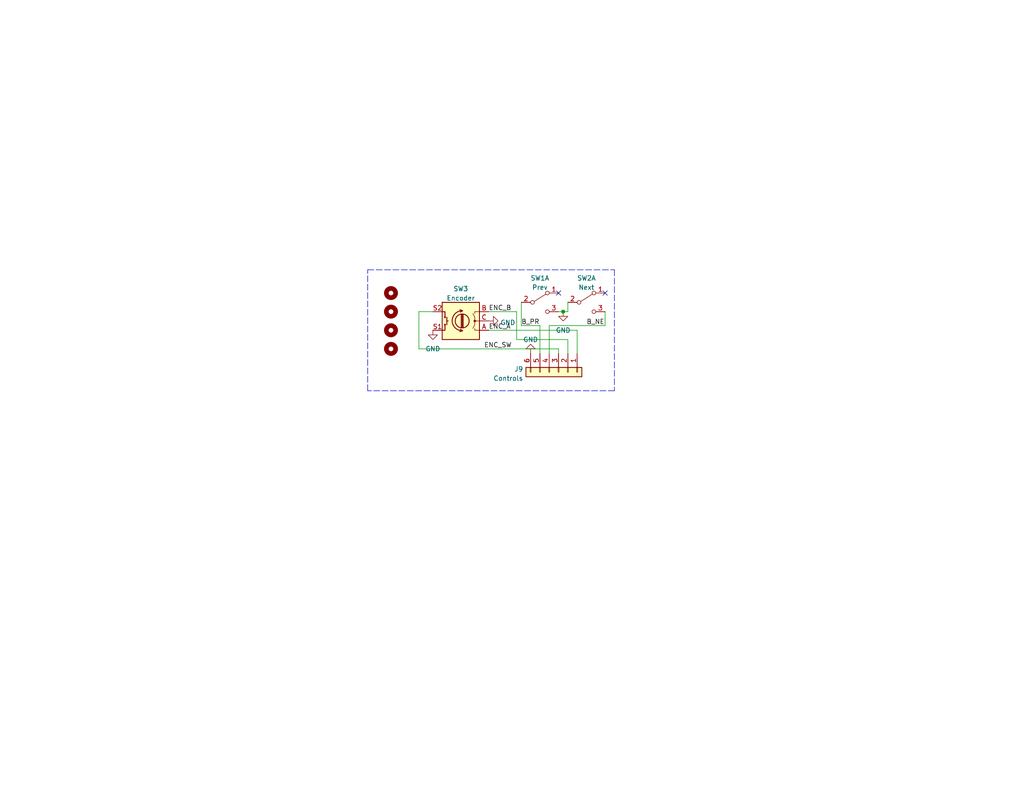
<source format=kicad_sch>
(kicad_sch (version 20211123) (generator eeschema)
  (paper "USLetter")
  (lib_symbols
    (symbol "Connector_Generic:Conn_01x06" (pin_names (offset 1.016) hide)
      (property "Reference" "J" (at 0 7.62 0))
      (property "Value" "Conn_01x06" (at 0 -10.16 0))
      (symbol "Conn_01x06_1_1"
        (rectangle (start -1.27 -7.493) (end 0 -7.747) (stroke (width 0.1524)))
        (rectangle (start -1.27 -4.953) (end 0 -5.207) (stroke (width 0.1524)))
        (rectangle (start -1.27 -2.413) (end 0 -2.667) (stroke (width 0.1524)))
        (rectangle (start -1.27 0.127) (end 0 -0.127) (stroke (width 0.1524)))
        (rectangle (start -1.27 2.667) (end 0 2.413) (stroke (width 0.1524)))
        (rectangle (start -1.27 5.207) (end 0 4.953) (stroke (width 0.1524)))
        (rectangle (start -1.27 6.35) (end 1.27 -8.89) (stroke (width 0.254)) (fill (type background)))
        (pin passive line (at -5.08 5.08 0) (length 3.81) (name "Pin_1") (number "1"))
        (pin passive line (at -5.08 2.54 0) (length 3.81) (name "Pin_2") (number "2"))
        (pin passive line (at -5.08 0 0) (length 3.81) (name "Pin_3") (number "3"))
        (pin passive line (at -5.08 -2.54 0) (length 3.81) (name "Pin_4") (number "4"))
        (pin passive line (at -5.08 -5.08 0) (length 3.81) (name "Pin_5") (number "5"))
        (pin passive line (at -5.08 -7.62 0) (length 3.81) (name "Pin_6") (number "6"))
      )
    )
    (symbol "Device:RotaryEncoder_Switch" (pin_names (offset 0.254) hide)
      (property "Reference" "SW" (at 0 6.604 0))
      (property "Value" "RotaryEncoder_Switch" (at 0 -6.604 0))
      (symbol "RotaryEncoder_Switch_0_1"
        (rectangle (start -5.08 5.08) (end 5.08 -5.08) (stroke (width 0.254)) (fill (type background)))
        (circle (center -3.81 0) (radius 0.254) (fill (type outline)))
        (arc (start -0.381 -2.794) (mid 2.3622 -0.0508) (end -0.381 2.667) (stroke (width 0.254)))
        (circle (center -0.381 0) (radius 1.905) (stroke (width 0.254)))
        (polyline (pts (xy -0.635 -1.778) (xy -0.635 1.778)) (stroke (width 0.254)))
        (polyline (pts (xy -0.381 -1.778) (xy -0.381 1.778)) (stroke (width 0.254)))
        (polyline (pts (xy -0.127 1.778) (xy -0.127 -1.778)) (stroke (width 0.254)))
        (polyline (pts (xy 3.81 0) (xy 3.429 0)) (stroke (width 0.254)))
        (polyline (pts (xy 3.81 1.016) (xy 3.81 -1.016)) (stroke (width 0.254)))
        (polyline (pts (xy -5.08 -2.54) (xy -3.81 -2.54) (xy -3.81 -2.032)))
        (polyline (pts (xy -5.08 2.54) (xy -3.81 2.54) (xy -3.81 2.032)))
        (polyline (pts (xy 0.254 -3.048) (xy -0.508 -2.794) (xy 0.127 -2.413)) (stroke (width 0.254)))
        (polyline (pts (xy 0.254 2.921) (xy -0.508 2.667) (xy 0.127 2.286)) (stroke (width 0.254)))
        (polyline (pts (xy 5.08 -2.54) (xy 4.318 -2.54) (xy 4.318 -1.016)) (stroke (width 0.254)))
        (polyline (pts (xy 5.08 2.54) (xy 4.318 2.54) (xy 4.318 1.016)) (stroke (width 0.254)))
        (polyline (pts (xy -5.08 0) (xy -3.81 0) (xy -3.81 -1.016) (xy -3.302 -2.032)))
        (polyline (pts (xy -4.318 0) (xy -3.81 0) (xy -3.81 1.016) (xy -3.302 2.032)))
        (circle (center 4.318 -1.016) (radius 0.127) (stroke (width 0.254)))
        (circle (center 4.318 1.016) (radius 0.127) (stroke (width 0.254)))
      )
      (symbol "RotaryEncoder_Switch_1_1"
        (pin passive line (at -7.62 2.54 0) (length 2.54) (name "A") (number "A"))
        (pin passive line (at -7.62 -2.54 0) (length 2.54) (name "B") (number "B"))
        (pin passive line (at -7.62 0 0) (length 2.54) (name "C") (number "C"))
        (pin passive line (at 7.62 2.54 180) (length 2.54) (name "S1") (number "S1"))
        (pin passive line (at 7.62 -2.54 180) (length 2.54) (name "S2") (number "S2"))
      )
    )
    (symbol "Mechanical:MountingHole" (pin_names (offset 1.016))
      (property "Reference" "H" (at 0 5.08 0))
      (property "Value" "MountingHole" (at 0 3.175 0))
      (symbol "MountingHole_0_1"
        (circle (center 0 0) (radius 1.27) (stroke (width 1.27)))
      )
    )
    (symbol "Switch:SW_DPDT_x2" (pin_names (offset 0) hide)
      (property "Reference" "SW" (at 0 4.318 0))
      (property "Value" "SW_DPDT_x2" (at 0 -5.08 0))
      (symbol "SW_DPDT_x2_0_0"
        (circle (center -2.032 0) (radius 0.508))
        (circle (center 2.032 -2.54) (radius 0.508))
      )
      (symbol "SW_DPDT_x2_0_1"
        (polyline (pts (xy -1.524 0.254) (xy 1.651 2.286)))
        (circle (center 2.032 2.54) (radius 0.508))
      )
      (symbol "SW_DPDT_x2_1_1"
        (pin passive line (at 5.08 2.54 180) (length 2.54) (name "A") (number "1"))
        (pin passive line (at -5.08 0 0) (length 2.54) (name "B") (number "2"))
        (pin passive line (at 5.08 -2.54 180) (length 2.54) (name "C") (number "3"))
      )
      (symbol "SW_DPDT_x2_2_1"
        (pin passive line (at 5.08 2.54 180) (length 2.54) (name "A") (number "4"))
        (pin passive line (at -5.08 0 0) (length 2.54) (name "B") (number "5"))
        (pin passive line (at 5.08 -2.54 180) (length 2.54) (name "C") (number "6"))
      )
    )
    (symbol "power:GND" (power) (pin_names (offset 0))
      (property "Value" "GND" (at 0 -3.81 0))
      (symbol "GND_0_1"
        (polyline (pts (xy 0 0) (xy 0 -1.27) (xy 1.27 -1.27) (xy 0 -2.54) (xy -1.27 -1.27) (xy 0 -1.27)))
      )
      (symbol "GND_1_1"
        (pin power_in line (at 0 0 270) (length 0) hide (name "GND") (number "1"))
      )
    )
  )
  (junction (at 153.6583 85.09))
  (no_connect (at 152.4 80.01))
  (no_connect (at 165.1 80.01))
  (wire (pts (xy 152.4 95.25) (xy 152.4 96.52)))
  (polyline (pts (xy 167.64 106.68) (xy 100.33 106.68)))
  (wire (pts (xy 165.1 85.09) (xy 165.1 88.9)))
  (wire (pts (xy 152.4 85.09) (xy 153.6583 85.09)))
  (wire (pts (xy 157.48 90.17) (xy 157.48 96.52)))
  (wire (pts (xy 149.86 88.9) (xy 149.86 96.52)))
  (wire (pts (xy 140.97 92.71) (xy 154.94 92.71)))
  (wire (pts (xy 140.97 85.09) (xy 140.97 92.71)))
  (wire (pts (xy 114.3 85.09) (xy 114.3 95.25)))
  (wire (pts (xy 165.1 88.9) (xy 149.86 88.9)))
  (wire (pts (xy 133.35 90.17) (xy 157.48 90.17)))
  (wire (pts (xy 133.35 85.09) (xy 140.97 85.09)))
  (wire (pts (xy 153.6583 85.09) (xy 154.94 85.09)))
  (wire (pts (xy 154.94 82.55) (xy 154.94 85.09)))
  (wire (pts (xy 114.3 95.25) (xy 152.4 95.25)))
  (wire (pts (xy 142.24 82.55) (xy 142.24 88.9)))
  (wire (pts (xy 147.32 88.9) (xy 147.32 96.52)))
  (wire (pts (xy 154.94 92.71) (xy 154.94 96.52)))
  (polyline (pts (xy 100.33 73.66) (xy 167.64 73.66)))
  (polyline (pts (xy 100.33 106.68) (xy 100.33 73.66)))
  (polyline (pts (xy 167.64 73.66) (xy 167.64 106.68)))
  (wire (pts (xy 114.3 85.09) (xy 118.11 85.09)))
  (wire (pts (xy 147.32 88.9) (xy 142.24 88.9)))
  (label "B_NE" (at 160.02 88.9 0))
  (label "ENC_B" (at 133.35 85.09 0))
  (label "ENC_SW" (at 132.08 95.25 0))
  (label "ENC_A" (at 133.35 90.17 0))
  (label "B_PR" (at 142.24 88.9 0))
  (symbol (lib_id "Device:RotaryEncoder_Switch") (at 125.73 87.63 180) (unit 1)
    (property "Reference" "SW3" (at 125.73 78.8502 0))
    (property "Value" "Encoder" (at 125.73 81.3871 0))
    (property "Footprint" "Rotary_Encoder:RotaryEncoder_Alps_EC12E-Switch_Vertical_H20mm" (effects hide))
    (property "Datasheet" "https://www.mouser.com/datasheet/2/54/PEC12R-777795.pdf" (effects hide))
    (property "AVL1" "Bourns Inc." (effects hide))
    (property "AVL1 P/N" "PEC12R-4115F-S0012" (effects hide))
  )
  (symbol (lib_id "power:GND") (at 118.11 90.17 0) (mirror y) (unit 1)
    (property "Reference" "#PWR0111" (effects hide))
    (property "Value" "GND" (at 118.11 95.25 0))
  )
  (symbol (lib_id "Mechanical:MountingHole") (at 106.68 85.09 0) (unit 1)
    (property "Reference" "H2" (effects hide))
    (property "Value" "MountingHole" (effects hide))
    (property "Footprint" "MountingHole:MountingHole_3.2mm_M3" (effects hide))
  )
  (symbol (lib_id "power:GND") (at 153.6583 85.09 0) (mirror y) (unit 1)
    (property "Reference" "#PWR0108" (effects hide))
    (property "Value" "GND" (at 153.6583 90.17 0))
  )
  (symbol (lib_id "Mechanical:MountingHole") (at 106.68 80.01 0) (unit 1)
    (property "Reference" "H1" (effects hide))
    (property "Value" "MountingHole" (effects hide))
    (property "Footprint" "MountingHole:MountingHole_3.2mm_M3" (effects hide))
  )
  (symbol (lib_id "power:GND") (at 133.35 87.63 90) (mirror x) (unit 1)
    (property "Reference" "#PWR0109" (effects hide))
    (property "Value" "GND" (at 136.525 88.0638 90) (effects (justify right)))
  )
  (symbol (lib_id "Switch:SW_DPDT_x2") (at 160.02 82.55 0) (unit 1)
    (property "Reference" "SW2" (at 160.02 75.9292 0))
    (property "Value" "Next" (at 160.02 78.4661 0))
    (property "Footprint" "Module:Square_PB" (effects hide))
    (property "Datasheet" "https://datasheet.lcsc.com/lcsc/2110151630_XKB-Connectivity-XKB8585-W-170_C318853.pdf" (effects hide))
    (property "AVL1" "XKB Connectivity" (effects hide))
    (property "AVL1 P/N" "XKB8585-W-170" (effects hide))
    (property "Description" "Non-locking, height=17mm" (effects hide))
    (property "LCSC" "C318853" (effects hide))
  )
  (symbol (lib_id "Mechanical:MountingHole") (at 106.68 90.17 0) (unit 1)
    (property "Reference" "H5" (effects hide))
    (property "Value" "MountingHole" (effects hide))
    (property "Footprint" "MountingHole:MountingHole_3.2mm_M3" (effects hide))
  )
  (symbol (lib_id "Connector_Generic:Conn_01x06") (at 152.4 101.6 270) (unit 1)
    (property "Reference" "J9" (at 142.748 100.7653 90) (effects (justify right)))
    (property "Value" "Controls" (at 142.748 103.3022 90) (effects (justify right)))
    (property "Footprint" "Connector_PinSocket_2.54mm:PinSocket_1x06_P2.54mm_Vertical" (effects hide))
    (property "AVL1" "any/open" (effects hide))
    (property "AVL2" "XKB Connectivity" (effects hide))
    (property "AVL2 P/N" "X6511WV-06H-C30D60" (effects hide))
    (property "LCSC" "C706878" (effects hide))
  )
  (symbol (lib_id "Mechanical:MountingHole") (at 106.68 95.25 0) (unit 1)
    (property "Reference" "H6" (effects hide))
    (property "Value" "MountingHole" (effects hide))
    (property "Footprint" "MountingHole:MountingHole_3.2mm_M3" (effects hide))
  )
  (symbol (lib_id "power:GND") (at 144.78 96.52 0) (mirror x) (unit 1)
    (property "Reference" "#PWR0110" (effects hide))
    (property "Value" "GND" (at 144.78 92.71 0))
  )
  (symbol (lib_id "Switch:SW_DPDT_x2") (at 147.32 82.55 0) (unit 1)
    (property "Reference" "SW1" (at 147.32 75.9292 0))
    (property "Value" "Prev" (at 147.32 78.4661 0))
    (property "Footprint" "Module:Square_PB" (effects hide))
    (property "Datasheet" "https://datasheet.lcsc.com/lcsc/2110151630_XKB-Connectivity-XKB8585-W-170_C318853.pdf" (effects hide))
    (property "AVL1" "XKB Connectivity" (effects hide))
    (property "AVL1 P/N" "XKB8585-W-170" (effects hide))
    (property "Description" "Non-locking, height=17mm" (effects hide))
    (property "LCSC" "C318853" (effects hide))
  )
)
</source>
